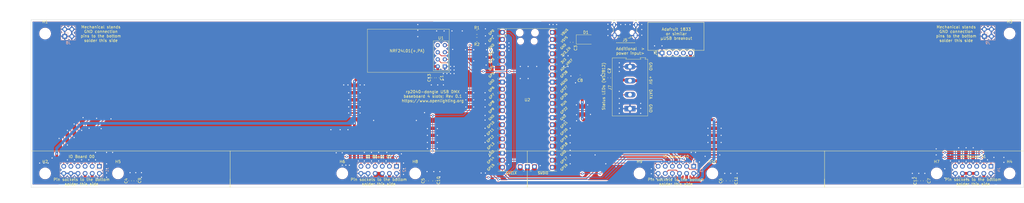
<source format=kicad_pcb>
(kicad_pcb (version 20211014) (generator pcbnew)
  (title_block (title "rp2040_dongle baseboard 4 slots") (date "2021-03-19") (rev "0.1") (company "https://www.openlighting.org/"))
  (layers (0 "F.Cu" signal) (31 "B.Cu" signal) (34 "B.Paste" user) (35 "F.Paste" user) (36 "B.SilkS" user "B.Silkscreen") (37 "F.SilkS" user "F.Silkscreen") (38 "B.Mask" user) (39 "F.Mask" user) (44 "Edge.Cuts" user))
  (net 0 "")
  (net 1 "GND")
  (net 2 "Net-(D1-Pad2)")
  (net 3 "+3V3")
  (net 4 "VDD")
  (net 5 "/IO0_GP3")
  (net 6 "/IO0_GP2")
  (net 7 "/IO0_GP1")
  (net 8 "/IO0_GP0")
  (net 9 "/SCL")
  (net 10 "/SDA")
  (net 11 "/IO1_GP0")
  (net 12 "/IO1_GP1")
  (net 13 "/IO1_GP2")
  (net 14 "/IO1_GP3")
  (net 15 "/IO2_GP0")
  (net 16 "/IO2_GP1")
  (net 17 "/IO2_GP2")
  (net 18 "/IO2_GP3")
  (net 19 "/SPI_CLK")
  (net 20 "/SPI_MOSI")
  (net 21 "/SPI_MISO")
  (net 22 "/SPI_CS0")
  (net 23 "/IO3_GP0")
  (net 24 "/IO3_GP1")
  (net 25 "/IO3_GP2")
  (net 26 "/IO3_GP3")
  (net 27 "/STATUS_LEDS")
  (net 28 "/NRF_CE")
  (net 29 "Net-(U2-Pad30)")
  (net 30 "Net-(U2-Pad31)")
  (net 31 "Net-(U2-Pad32)")
  (net 32 "Net-(U2-Pad37)")
  (net 33 "Net-(U2-Pad40)")
  (net 34 "Net-(U2-Pad41)")
  (net 35 "Net-(U2-Pad42)")
  (net 36 "Net-(U2-Pad43)")
  (net 37 "Net-(U2-Pad35)")
  (footprint "Diode_SMD:D_SMA" (layer "F.Cu") (at 222.834 32.112)
    (fp_text reference "D1")
    (fp_text value "SS14")
  )
  (footprint "MountingHole:MountingHole_3.2mm_M3" (layer "F.Cu") (at 30 30)
    (fp_text reference "H1")
    (fp_text value "MountingHole")
  )
  (footprint "MountingHole:MountingHole_3.2mm_M3" (layer "F.Cu") (at 56 80)
    (fp_text reference "H5")
    (fp_text value "MountingHole")
  )
  (footprint "MountingHole:MountingHole_3.2mm_M3" (layer "F.Cu") (at 136 80)
    (fp_text reference "H6")
    (fp_text value "MountingHole")
  )
  (footprint "MountingHole:MountingHole_3.2mm_M3" (layer "F.Cu") (at 374 30)
    (fp_text reference "H3")
    (fp_text value "MountingHole")
  )
  (footprint "MountingHole:MountingHole_3.2mm_M3" (layer "F.Cu") (at 348 80)
    (fp_text reference "H7")
    (fp_text value "MountingHole")
  )
  (footprint "MountingHole:MountingHole_3.2mm_M3" (layer "F.Cu") (at 374 80)
    (fp_text reference "H4")
    (fp_text value "MountingHole")
  )
  (footprint "MountingHole:MountingHole_3.2mm_M3" (layer "F.Cu") (at 162 80)
    (fp_text reference "H8")
    (fp_text value "MountingHole")
  )
  (footprint "Connector_USB:USB_Micro-B_Wuerth_629105150521" (layer "F.Cu") (at 236.836 28.81 180)
    (fp_text reference "J5")
    (fp_text value "USB_B_Micro")
  )
  (footprint "MCU_RPi:RPi_Pico_SMD_TH" (layer "F.Cu") (at 202 53.702)
    (fp_text reference "U2")
    (fp_text value "Pico")
  )
  (footprint "RF_Module:nRF24L01_Breakout" (layer "F.Cu") (at 172.574 41.764 180)
    (fp_text reference "U1")
    (fp_text value "NRF24L01_Breakout")
  )
  (footprint "Resistor_SMD:R_0805_2012Metric_Pad1.20x1.40mm_HandSolder" (layer "F.Cu") (at 184.004 32.112)
    (fp_text reference "R2")
    (fp_text value "2k")
  )
  (footprint "Connector_PinHeader_2.54mm:PinHeader_1x05_P2.54mm_Vertical" (layer "F.Cu") (at 250.044 36.938 90)
    (fp_text reference "J6")
    (fp_text value "Conn_01x05: Adafruit 1833")
  )
  (footprint "MountingHole:MountingHole_3.2mm_M3" (layer "F.Cu") (at 30 80)
    (fp_text reference "H2")
    (fp_text value "MountingHole")
  )
  (footprint "MountingHole:MountingHole_3.2mm_M3" (layer "F.Cu") (at 242 80)
    (fp_text reference "H9")
    (fp_text value "MountingHole")
  )
  (footprint "MountingHole:MountingHole_3.2mm_M3" (layer "F.Cu") (at 268 80)
    (fp_text reference "H10")
    (fp_text value "MountingHole")
  )
  (footprint "TerminalBlock:TerminalBlock_Altech_AK300-4_P5.00mm" (layer "F.Cu") (at 238.614 56.844 90)
    (fp_text reference "J7")
    (fp_text value "Screw_Terminal_01x04")
  )
  (footprint "Capacitor_SMD:C_0603_1608Metric" (layer "F.Cu") (at 170.034 45.815 -90)
    (fp_text reference "C1")
    (fp_text value "100nF")
  )
  (footprint "Capacitor_SMD:C_0603_1608Metric" (layer "F.Cu") (at 231.248 45.828 90)
    (fp_text reference "C2")
    (fp_text value "100nF")
  )
  (footprint "Capacitor_SMD:C_0603_1608Metric" (layer "F.Cu") (at 217.786 33.128 -90)
    (fp_text reference "C3")
    (fp_text value "100nF")
  )
  (footprint "Capacitor_SMD:C_0603_1608Metric" (layer "F.Cu") (at 60.306 82.645 90)
    (fp_text reference "C4")
    (fp_text value "100nF")
  )
  (footprint "Capacitor_SMD:C_0603_1608Metric" (layer "F.Cu") (at 166.224 82.645 90)
    (fp_text reference "C5")
    (fp_text value "100nF")
  )
  (footprint "Capacitor_SMD:C_0603_1608Metric" (layer "F.Cu") (at 272.396 82.645 90)
    (fp_text reference "C6")
    (fp_text value "100nF")
  )
  (footprint "Capacitor_SMD:C_0603_1608Metric" (layer "F.Cu") (at 343.77 82.645 90)
    (fp_text reference "C7")
    (fp_text value "100nF")
  )
  (footprint "Capacitor_SMD:C_0603_1608Metric" (layer "F.Cu") (at 220.834 45.32 180)
    (fp_text reference "C8")
    (fp_text value "100nF")
  )
  (footprint "Resistor_SMD:R_0805_2012Metric_Pad1.20x1.40mm_HandSolder" (layer "F.Cu") (at 184.004 29.572)
    (fp_text reference "R1")
    (fp_text value "2k")
  )
  (footprint "Capacitor_SMD:C_0603_1608Metric" (layer "F.Cu") (at 62.211 82.658 90)
    (fp_text reference "C9")
    (fp_text value "1nF")
  )
  (footprint "Capacitor_SMD:C_0603_1608Metric" (layer "F.Cu") (at 168.764 82.658 90)
    (fp_text reference "C10")
    (fp_text value "1nF")
  )
  (footprint "Capacitor_SMD:C_0603_1608Metric" (layer "F.Cu") (at 274.809 82.671 90)
    (fp_text reference "C11")
    (fp_text value "1nF")
  )
  (footprint "Capacitor_SMD:C_0603_1608Metric" (layer "F.Cu") (at 341.738 82.645 90)
    (fp_text reference "C12")
    (fp_text value "1nF")
  )
  (footprint "Capacitor_SMD:C_0603_1608Metric" (layer "F.Cu") (at 168.383 45.828 -90)
    (fp_text reference "C13")
    (fp_text value "1nF")
  )
  (footprint "Connector_PinSocket_2.54mm:PinSocket_2x06_P2.54mm_Vertical" (layer "B.Cu") (at 261.35 77.46 90)
    (fp_text reference "J3")
    (fp_text value "IO-Board_10")
  )
  (footprint "Connector_PinSocket_2.54mm:PinSocket_2x06_P2.54mm_Vertical" (layer "B.Cu") (at 367.35 77.46 90)
    (fp_text reference "J4")
    (fp_text value "IO-Board_11")
  )
  (footprint "Connector_PinSocket_2.54mm:PinSocket_2x06_P2.54mm_Vertical" (layer "B.Cu") (at 49.35 77.46 90)
    (fp_text reference "J1")
    (fp_text value "IO-Board_00")
  )
  (footprint "Connector_PinSocket_2.54mm:PinSocket_2x06_P2.54mm_Vertical" (layer "B.Cu") (at 155.35 77.46 90)
    (fp_text reference "J2")
    (fp_text value "IO-Board_01")
  )
  (footprint "Connector_PinHeader_2.54mm:PinHeader_2x02_P2.54mm_Vertical" (layer "B.Cu") (at 37 31)
    (fp_text reference "J8")
    (fp_text value "Conn_02x02_Odd_Even")
  )
  (footprint "Connector_PinHeader_2.54mm:PinHeader_2x02_P2.54mm_Vertical" (layer "B.Cu") (at 365 31)
    (fp_text reference "J9")
    (fp_text value "Conn_02x02_Odd_Even")
  )
  (gr_line (start 245 36) (end 245 26) (layer "F.SilkS") (width 0.15))
  (gr_line (start 202 85) (end 202 82) (layer "F.SilkS") (width 0.15))
  (gr_line (start 202 72) (end 202 85) (layer "F.SilkS") (width 0.15))
  (gr_line (start 308 72) (end 308 85) (layer "F.SilkS") (width 0.15))
  (gr_line (start 202 85) (end 202 82) (layer "F.SilkS") (width 0.15))
  (gr_line (start 308 72) (end 379 72) (layer "F.SilkS") (width 0.15))
  (gr_line (start 265 36) (end 245 36) (layer "F.SilkS") (width 0.15))
  (gr_line (start 265 26) (end 265 36) (layer "F.SilkS") (width 0.15))
  (gr_line (start 202 72) (end 308 72) (layer "F.SilkS") (width 0.15))
  (gr_line (start 245 26) (end 265 26) (layer "F.SilkS") (width 0.15))
  (gr_line (start 96 85) (end 96 72) (layer "F.SilkS") (width 0.15))
  (gr_line (start 96 72) (end 25 72) (layer "F.SilkS") (width 0.15))
  (gr_line (start 96 82) (end 96 85) (layer "F.SilkS") (width 0.15))
  (gr_line (start 308 82) (end 308 85) (layer "F.SilkS") (width 0.15))
  (gr_line (start 96 72) (end 202 72) (layer "F.SilkS") (width 0.15))
  (gr_line (start 25 85) (end 25 25) (layer "Edge.Cuts") (width 0.1))
  (gr_line (start 25 25) (end 379 25) (layer "Edge.Cuts") (width 0.1))
  (gr_line (start 379 25) (end 379 85) (layer "Edge.Cuts") (width 0.1))
  (gr_line (start 25 25) (end 25 25) (layer "Edge.Cuts") (width 0.1))
  (gr_line (start 379 85) (end 25 85) (layer "Edge.Cuts") (width 0.1))
  (gr_text "IO Board 00" (at 43 74) (layer "F.SilkS") (effects (font (size 1 1))))
  (gr_text "IO Board 11" (at 361 74) (layer "F.SilkS") (effects (font (size 1 1))))
  (gr_text "Pin sockets to the bottom\nsolder this side" (at 149 83) (layer "F.SilkS") (effects (font (size 1 1))))
  (gr_text "Pin sockets to the bottom\nsolder this side" (at 255 83) (layer "F.SilkS") (effects (font (size 1 1))))
  (gr_text "Pin sockets to the bottom\nsolder this side" (at 361 83) (layer "F.SilkS") (effects (font (size 1 1))))
  (gr_text "Mechanical stands\nGND connection\npins to the bottom\nsolder this side" (at 354.946 30.08) (layer "F.SilkS") (effects (font (size 1 1))))
  (gr_text "DATA" (at 245.98 51.67 270) (layer "F.SilkS") (effects (font (size 1 1))))
  (gr_text "GND" (at 245.98 56.75 270) (layer "F.SilkS") (effects (font (size 1 1))))
  (gr_text "GND" (at 245.98 41.764 270) (layer "F.SilkS") (effects (font (size 1 1))))
  (gr_text "^^^^^^^^^^^^\nAdditional  >\npower input>" (at 233.534 35.414) (layer "F.SilkS") (effects (font (size 1 1)) (justify left)))
  (gr_text "Mechanical stands\nGND connection\npins to the bottom\nsolder this side" (at 49.892 30.08) (layer "F.SilkS") (effects (font (size 1 1))))
  (gr_text "IO Board 01" (at 148.952 74) (layer "F.SilkS") (effects (font (size 1 1))))
  (gr_text "rp2040-dongle USB DMX\nbaseboard 4 slots; Rev 0.1\nhttps://www.openlighting.org" (at 168.256 52.432) (layer "F.SilkS") (effects (font (size 1 1))))
  (gr_text "IO Board 10" (at 255 74) (layer "F.SilkS") (effects (font (size 1 1))))
  (gr_text "Adafruit 1833\nor similar\nµUSB breakout" (at 255.124 30.08) (layer "F.SilkS") (effects (font (size 1 1))))
  (gr_text "+5V" (at 245.98 46.59 270) (layer "F.SilkS") (effects (font (size 1 1))))
  (gr_text "Pin sockets to the bottom\nsolder this side" (at 43 83) (layer "F.SilkS") (effects (font (size 1 1))))
  (gr_text "Status LEDs (WS2812)" (at 229.216 48.876 90) (layer "F.SilkS") (effects (font (size 1 1))))
  (gr_text "NRF24L01(+,PA)" (at 159.112 36.176) (layer "F.SilkS") (effects (font (size 1 1))))
  (segment (start 235.536 30.71) (end 235.536 31.888) (width 0.45) (layer "F.Cu") (net 1))
  (segment (start 235.058 32.366) (end 233.026 32.366) (width 0.45) (layer "F.Cu") (net 1))
  (segment (start 235.536 31.888) (end 235.058 32.366) (width 0.45) (layer "F.Cu") (net 1))
  (segment (start 233.026 30.745) (end 233.111 30.66) (width 0.45) (layer "F.Cu") (net 1))
  (segment (start 233.026 32.366) (end 233.026 30.745) (width 0.45) (layer "F.Cu") (net 1))
  (via (at 169.653 29.064) (size 0.8) (drill 0.4) (layers "F.Cu" "B.Cu") (net 1))
  (via (at 172.32 29.064) (size 0.8) (drill 0.4) (layers "F.Cu" "B.Cu") (net 1))
  (via (at 175.114 29.064) (size 0.8) (drill 0.4) (layers "F.Cu" "B.Cu") (net 1))
  (via (at 178.797 29.064) (size 0.8) (drill 0.4) (layers "F.Cu" "B.Cu") (net 1))
  (via (at 187.433 35.795) (size 0.8) (drill 0.4) (layers "F.Cu" "B.Cu") (net 1))
  (via (at 182.861 35.795) (size 0.8) (drill 0.4) (layers "F.Cu" "B.Cu") (net 1))
  (via (at 182.861 35.795) (size 0.8) (drill 0.4) (layers "F.Cu" "B.Cu") (net 1))
  (via (at 179.94 35.795) (size 0.8) (drill 0.4) (layers "F.Cu" "B.Cu") (net 1))
  (via (at 175.368 35.668) (size 0.8) (drill 0.4) (layers "F.Cu" "B.Cu") (net 1))
  (via (at 186.925 56.242) (size 0.8) (drill 0.4) (layers "F.Cu" "B.Cu") (net 1))
  (via (at 186.925 53.702) (size 0.8) (drill 0.4) (layers "F.Cu" "B.Cu") (net 1))
  (via (at 186.925 51.162) (size 0.8) (drill 0.4) (layers "F.Cu" "B.Cu") (net 1))
  (via (at 182.861 51.162) (size 0.8) (drill 0.4) (layers "F.Cu" "B.Cu") (net 1))
  (via (at 182.861 53.702) (size 0.8) (drill 0.4) (layers "F.Cu" "B.Cu") (net 1))
  (via (at 182.861 56.242) (size 0.8) (drill 0.4) (layers "F.Cu" "B.Cu") (net 1))
  (via (at 180.067 56.242) (size 0.8) (drill 0.4) (layers "F.Cu" "B.Cu") (net 1))
  (via (at 180.067 53.702) (size 0.8) (drill 0.4) (layers "F.Cu" "B.Cu") (net 1))
  (via (at 180.067 51.162) (size 0.8) (drill 0.4) (layers "F.Cu" "B.Cu") (net 1))
  (via (at 142.348 51.162) (size 0.8) (drill 0.4) (layers "F.Cu" "B.Cu") (net 1))
  (via (at 142.348 53.702) (size 0.8) (drill 0.4) (layers "F.Cu" "B.Cu") (net 1))
  (via (at 142.348 56.242) (size 0.8) (drill 0.4) (layers "F.Cu" "B.Cu") (net 1))
  (via (at 138.284 56.242) (size 0.8) (drill 0.4) (layers "F.Cu" "B.Cu") (net 1))
  (via (at 138.284 53.702) (size 0.8) (drill 0.4) (layers "F.Cu" "B.Cu") (net 1))
  (via (at 138.284 51.162) (size 0.8) (drill 0.4) (layers "F.Cu" "B.Cu") (net 1))
  (via (at 165.335 58.274) (size 0.8) (drill 0.4) (layers "F.Cu" "B.Cu") (net 1))
  (via (at 142.348 58.401) (size 0.8) (drill 0.4) (layers "F.Cu" "B.Cu") (net 1))
  (via (at 141.713 75.546) (size 0.8) (drill 0.4) (layers "F.Cu" "B.Cu") (net 1))
  (via (at 138.284 58.401) (size 0.8) (drill 0.4) (layers "F.Cu" "B.Cu") (net 1))
  (via (at 186.925 59.29) (size 0.8) (drill 0.4) (layers "F.Cu" "B.Cu") (net 1))
  (via (at 47.987 75.165) (size 0.8) (drill 0.4) (layers "F.Cu" "B.Cu") (net 1))
  (via (at 45.574 75.165) (size 0.8) (drill 0.4) (layers "F.Cu" "B.Cu") (net 1))
  (via (at 43.034 75.165) (size 0.8) (drill 0.4) (layers "F.Cu" "B.Cu") (net 1))
  (via (at 40.494 75.165) (size 0.8) (drill 0.4) (layers "F.Cu" "B.Cu") (net 1))
  (via (at 37.954 75.165) (size 0.8) (drill 0.4) (layers "F.Cu" "B.Cu") (net 1))
  (via (at 37.954 69.831) (size 0.8) (drill 0.4) (layers "F.Cu" "B.Cu") (net 1))
  (via (at 40.367 67.164) (size 0.8) (drill 0.4) (layers "F.Cu" "B.Cu") (net 1))
  (via (at 43.034 64.624) (size 0.8) (drill 0.4) (layers "F.Cu" "B.Cu") (net 1))
  (via (at 45.701 63.862) (size 0.8) (drill 0.4) (layers "F.Cu" "B.Cu") (net 1))
  (via (at 48.368 60.306) (size 0.8) (drill 0.4) (layers "F.Cu" "B.Cu") (net 1))
  (via (at 43.542 60.052) (size 0.8) (drill 0.4) (layers "F.Cu" "B.Cu") (net 1))
  (via (at 40.367 62.338) (size 0.8) (drill 0.4) (layers "F.Cu" "B.Cu") (net 1))
  (via (at 37.954 64.624) (size 0.8) (drill 0.4) (layers "F.Cu" "B.Cu") (net 1))
  (via (at 219.183 47.606) (size 0.8) (drill 0.4) (layers "F.Cu" "B.Cu") (net 1))
  (via (at 217.532 45.193) (size 0.8) (drill 0.4) (layers "F.Cu" "B.Cu") (net 1))
  (via (at 229.978 76.562) (size 0.8) (drill 0.4) (layers "F.Cu" "B.Cu") (net 1))
  (via (at 272.396 79.991) (size 0.8) (drill 0.4) (layers "F.Cu" "B.Cu") (net 1))
  (via (at 276.841 79.991) (size 0.8) (drill 0.4) (layers "F.Cu" "B.Cu") (net 1))
  (via (at 274.555 79.991) (size 0.8) (drill 0.4) (layers "F.Cu" "B.Cu") (net 1))
  (via (at 343.77 79.991) (size 0.8) (drill 0.4) (layers "F.Cu" "B.Cu") (net 1))
  (via (at 341.611 79.991) (size 0.8) (drill 0.4) (layers "F.Cu" "B.Cu") (net 1))
  (via (at 339.325 79.991) (size 0.8) (drill 0.4) (layers "F.Cu" "B.Cu") (net 1))
  (via (at 186.925 63.862) (size 0.8) (drill 0.4) (layers "F.Cu" "B.Cu") (net 1))
  (via (at 186.925 66.529) (size 0.8) (drill 0.4) (layers "F.Cu" "B.Cu") (net 1))
  (via (at 186.925 68.942) (size 0.8) (drill 0.4) (layers "F.Cu" "B.Cu") (net 1))
  (via (at 169.907 68.942) (size 0.8) (drill 0.4) (layers "F.Cu" "B.Cu") (net 1))
  (via (at 169.907 66.402) (size 0.8) (drill 0.4) (layers "F.Cu" "B.Cu") (net 1))
  (via (at 169.907 63.989) (size 0.8) (drill 0.4) (layers "F.Cu" "B.Cu") (net 1))
  (via (at 166.351 63.989) (size 0.8) (drill 0.4) (layers "F.Cu" "B.Cu") (net 1))
  (via (at 166.351 66.402) (size 0.8) (drill 0.4) (layers "F.Cu" "B.Cu") (net 1))
  (via (at 166.351 68.942) (size 0.8) (drill 0.4) (layers "F.Cu" "B.Cu") (net 1))
  (via (at 166.351 71.101) (size 0.8) (drill 0.4) (layers "F.Cu" "B.Cu") (net 1))
  (via (at 169.907 71.101) (size 0.8) (drill 0.4) (layers "F.Cu" "B.Cu") (net 1))
  (via (at 188.576 72.371) (size 0.8) (drill 0.4) (layers "F.Cu" "B.Cu") (net 1))
  (via (at 188.576 73.895) (size 0.8) (drill 0.4) (layers "F.Cu" "B.Cu") (net 1))
  (via (at 187.052 79.864) (size 0.8) (drill 0.4) (layers "F.Cu" "B.Cu") (net 1))
  (via (at 185.528 79.864) (size 0.8) (drill 0.4) (layers "F.Cu" "B.Cu") (net 1))
  (via (at 151.873 72.498) (size 0.8) (drill 0.4) (layers "F.Cu" "B.Cu") (net 1))
  (via (at 148.952 72.498) (size 0.8) (drill 0.4) (layers "F.Cu" "B.Cu") (net 1))
  (via (at 146.412 72.498) (size 0.8) (drill 0.4) (layers "F.Cu" "B.Cu") (net 1))
  (via (at 143.872 72.498) (size 0.8) (drill 0.4) (layers "F.Cu" "B.Cu") (net 1))
  (via (at 143.872 75.546) (size 0.8) (drill 0.4) (layers "F.Cu" "B.Cu") (net 1))
  (via (at 146.412 75.546) (size 0.8) (drill 0.4) (layers "F.Cu" "B.Cu") (net 1))
  (via (at 148.952 75.546) (size 0.8) (drill 0.4) (layers "F.Cu" "B.Cu") (net 1))
  (via (at 151.619 75.546) (size 0.8) (drill 0.4) (layers "F.Cu" "B.Cu") (net 1))
  (via (at 157.08 73.006) (size 0.8) (drill 0.4) (layers "F.Cu" "B.Cu") (net 1))
  (via (at 135.998 72.625) (size 0.8) (drill 0.4) (layers "F.Cu" "B.Cu") (net 1))
  (via (at 133.839 72.625) (size 0.8) (drill 0.4) (layers "F.Cu" "B.Cu") (net 1))
  (via (at 51.924 72.498) (size 0.8) (drill 0.4) (layers "F.Cu" "B.Cu") (net 1))
  (via (at 54.083 72.498) (size 0.8) (drill 0.4) (layers "F.Cu" "B.Cu") (net 1))
  (via (at 47.987 72.498) (size 0.8) (drill 0.4) (layers "F.Cu" "B.Cu") (net 1))
  (via (at 60.306 79.737) (size 0.8) (drill 0.4) (layers "F.Cu" "B.Cu") (net 1))
  (via (at 62.338 79.737) (size 0.8) (drill 0.4) (layers "F.Cu" "B.Cu") (net 1))
  (via (at 166.224 79.356) (size 0.8) (drill 0.4) (layers "F.Cu" "B.Cu") (net 1))
  (via (at 168.637 79.356) (size 0.8) (drill 0.4) (layers "F.Cu" "B.Cu") (net 1))
  (via (at 170.796 79.356) (size 0.8) (drill 0.4) (layers "F.Cu" "B.Cu") (net 1))
  (via (at 233.661 77.578) (size 0.8) (drill 0.4) (layers "F.Cu" "B.Cu") (net 1))
  (via (at 217.278 76.562) (size 0.8) (drill 0.4) (layers "F.Cu" "B.Cu") (net 1))
  (via (at 226.168 73.387) (size 0.8) (drill 0.4) (layers "F.Cu" "B.Cu") (net 1))
  (via (at 195.307 76.816) (size 0.8) (drill 0.4) (layers "F.Cu" "B.Cu") (net 1))
  (via (at 206.61 77.197) (size 0.8) (drill 0.4) (layers "F.Cu" "B.Cu") (net 1))
  (via (at 166.859 45.828) (size 0.8) (drill 0.4) (layers "F.Cu" "B.Cu") (net 1))
  (via (at 64.37 79.737) (size 0.8) (drill 0.4) (layers "F.Cu" "B.Cu") (net 1))
  (via (at 64.37 81.388) (size 0.8) (drill 0.4) (layers "F.Cu" "B.Cu") (net 1))
  (via (at 170.796 81.261) (size 0.8) (drill 0.4) (layers "F.Cu" "B.Cu") (net 1))
  (via (at 276.841 81.896) (size 0.8) (drill 0.4) (layers "F.Cu" "B.Cu") (net 1))
  (via (at 339.325 81.642) (size 0.8) (drill 0.4) (layers "F.Cu" "B.Cu") (net 1))
  (via (at 235.312 26.778) (size 0.8) (drill 0.4) (layers "F.Cu" "B.Cu") (net 1))
  (via (at 231.248 42.78) (size 0.8) (drill 0.4) (layers "F.Cu" "B.Cu") (net 1))
  (via (at 135.998 77.07) (size 0.8) (drill 0.4) (layers "F.Cu" "B.Cu") (net 1))
  (via (at 234.804 53.194) (size 0.8) (drill 0.4) (layers "F.Cu" "B.Cu") (net 1))
  (via (at 162.922 31.096) (size 0.8) (drill 0.4) (layers "F.Cu" "B.Cu") (net 1))
  (via (at 217.278 73.514) (size 0.8) (drill 0.4) (layers "F.Cu" "B.Cu") (net 1))
  (via (at 251.568 81.896) (size 0.8) (drill 0.4) (layers "F.Cu" "B.Cu") (net 1))
  (via (at 254.997 75.927) (size 0.8) (drill 0.4) (layers "F.Cu" "B.Cu") (net 1))
  (via (at 199.498 41.764) (size 0.8) (drill 0.4) (layers "F.Cu" "B.Cu") (net 1))
  (via (at 368.408 74.276) (size 0.8) (drill 0.4) (layers "F.Cu" "B.Cu") (net 1))
  (via (at 242.805 26.778) (size 0.8) (drill 0.4) (layers "F.Cu" "B.Cu") (net 1))
  (via (at 175.876 44.304) (size 0.8) (drill 0.4) (layers "F.Cu" "B.Cu") (net 1))
  (via (at 242.424 58.528) (size 0.8) (drill 0.4) (layers "F.Cu" "B.Cu") (net 1))
  (via (at 350.882 78.34) (size 0.8) (drill 0.4) (layers "F.Cu" "B.Cu") (net 1))
  (via (at 371.964 76.054) (size 0.8) (drill 0.4) (layers "F.Cu" "B.Cu") (net 1))
  (via (at 219.5 55.5) (size 0.8) (drill 0.4) (layers "F.Cu" "B.Cu") (net 1))
  (via (at 361.042 75.673) (size 0.8) (drill 0.4) (layers "F.Cu" "B.Cu") (net 1))
  (via (at 246.234 81.896) (size 0.8) (drill 0.4) (layers "F.Cu" "B.Cu") (net 1))
  (via (at 363.074 82.023) (size 0.8) (drill 0.4) (layers "F.Cu" "B.Cu") (net 1))
  (via (at 214.992 41.764) (size 0.8) (drill 0.4) (layers "F.Cu" "B.Cu") (net 1))
  (via (at 195.434 34.652) (size 0.8) (drill 0.4) (layers "F.Cu" "B.Cu") (net 1))
  (via (at 355.835 70.847) (size 0.8) (drill 0.4) (layers "F.Cu" "B.Cu") (net 1))
  (via (at 271.126 66.402) (size 0.8) (drill 0.4) (layers "F.Cu" "B.Cu") (net 1))
  (via (at 174.606 43.034) (size 0.8) (drill 0.4) (layers "F.Cu" "B.Cu") (net 1))
  (via (at 257.537 76.181) (size 0.8) (drill 0.4) (layers "F.Cu" "B.Cu") (net 1))
  (via (at 367.392 81.769) (size 0.8) (drill 0.4) (layers "F.Cu" "B.Cu") (net 1))
  (via (at 247.377 34.398) (size 0.8) (drill 0.4) (layers "F.Cu" "B.Cu") (net 1))
  (via (at 136.506 48.368) (size 0.8) (drill 0.4) (layers "F.Cu" "B.Cu") (net 1))
  (via (at 174.606 44.304) (size 0.8) (drill 0.4) (layers "F.Cu" "B.Cu") (net 1))
  (via (at 361.042 70.847) (size 0.8) (drill 0.4) (layers "F.Cu" "B.Cu") (net 1))
  (via (at 246.234 78.34) (size 0.8) (drill 0.4) (layers "F.Cu" "B.Cu") (net 1))
  (via (at 50 64) (size 0.8) (drill 0.4) (layers "F.Cu" "B.Cu") (net 1))
  (via (at 223.5 55.5) (size 0.8) (drill 0.4) (layers "F.Cu" "B.Cu") (net 1))
  (via (at 265.411 73.895) (size 0.8) (drill 0.4) (layers "F.Cu" "B.Cu") (net 1))
  (via (at 230.74 28.556) (size 0.8) (drill 0.4) (layers "F.Cu" "B.Cu") (net 1))
  (via (at 350.882 81.642) (size 0.8) (drill 0.4) (layers "F.Cu" "B.Cu") (net 1))
  (via (at 217.278 69.069) (size 0.8) (drill 0.4) (layers "F.Cu" "B.Cu") (net 1))
  (via (at 262.998 79.991) (size 0.8) (drill 0.4) (layers "F.Cu" "B.Cu") (net 1))
  (via (at 162.922 28.81) (size 0.8) (drill 0.4) (layers "F.Cu" "B.Cu") (net 1))
  (via (at 228.327 44.939) (size 0.8) (drill 0.4) (layers "F.Cu" "B.Cu") (net 1))
  (via (at 131.934 64.37) (size 0.8) (drill 0.4) (layers "F.Cu" "B.Cu") (net 1))
  (via (at 162.414 61.068) (size 0.8) (drill 0.4) (layers "F.Cu" "B.Cu") (net 1))
  (via (at 135.236 64.37) (size 0.8) (drill 0.4) (layers "F.Cu" "B.Cu") (net 1))
  (via (at 249.917 76.054) (size 0.8) (drill 0.4) (layers "F.Cu" "B.Cu") (net 1))
  (via (at 51.924 79.864) (size 0.8) (drill 0.4) (layers "F.Cu" "B.Cu") (net 1))
  (via (at 358.502 75.673) (size 0.8) (drill 0.4) (layers "F.Cu" "B.Cu") (net 1))
  (via (at 186.925 60.941) (size 0.8) (drill 0.4) (layers "F.Cu" "B.Cu") (net 1))
  (via (at 187.306 41.256) (size 0.8) (drill 0.4) (layers "F.Cu" "B.Cu") (net 1))
  (via (at 252.457 75.8) (size 0.8) (drill 0.4) (layers "F.Cu" "B.Cu") (net 1))
  (via (at 234.804 58.528) (size 0.8) (drill 0.4) (layers "F.Cu" "B.Cu") (net 1))
  (via (at 187.052 30.842) (size 0.8) (drill 0.4) (layers "F.Cu" "B.Cu") (net 1))
  (via (at 199.498 46.082) (size 0.8) (drill 0.4) (layers "F.Cu" "B.Cu") (net 1))
  (via (at 266.427 66.402) (size 0.8) (drill 0.4) (layers "F.Cu" "B.Cu") (net 1))
  (via (at 249.79 81.896) (size 0.8) (drill 0.4) (layers "F.Cu" "B.Cu") (net 1))
  (via (at 271.126 68.942) (size 0.8) (drill 0.4) (layers "F.Cu" "B.Cu") (net 1))
  (via (at 215.119 59.036) (size 0.8) (drill 0.4) (layers "F.Cu" "B.Cu") (net 1))
  (via (at 202.292 41.764) (size 0.8) (drill 0.4) (layers "F.Cu" "B.Cu") (net 1))
  (via (at 147.174 61.068) (size 0.8) (drill 0.4) (layers "F.Cu" "B.Cu") (net 1))
  (via (at 170.034 48.368) (size 0.8) (drill 0.4) (layers "F.Cu" "B.Cu") (net 1))
  (via (at 48.622 81.769) (size 0.8) (drill 0.4) (layers "F.Cu" "B.Cu") (net 1))
  (via (at 187.052 28.302) (size 0.8) (drill 0.4) (layers "F.Cu" "B.Cu") (net 1))
  (via (at 242.805 28.556) (size 0.8) (drill 0.4) (layers "F.Cu" "B.Cu") (net 1))
  (via (at 155.302 81.896) (size 0.8) (drill 0.4) (layers "F.Cu" "B.Cu") (net 1))
  (via (at 28.048 76.308) (size 0.8) (drill 0.4) (layers "F.Cu" "B.Cu") (net 1))
  (via (at 253.6 81.896) (size 0.8) (drill 0.4) (layers "F.Cu" "B.Cu") (net 1))
  (via (at 157.842 76.308) (size 0.8) (drill 0.4) (layers "F.Cu" "B.Cu") (net 1))
  (via (at 209.912 26.778) (size 0.8) (drill 0.4) (layers "F.Cu" "B.Cu") (net 1))
  (via (at 51.924 78.34) (size 0.8) (drill 0.4) (layers "F.Cu" "B.Cu") (net 1))
  (via (at 260.458 72.498) (size 0.8) (drill 0.4) (layers "F.Cu" "B.Cu") (net 1))
  (via (at 142.348 48.368) (size 0.8) (drill 0.4) (layers "F.Cu" "B.Cu") (net 1))
  (via (at 247.377 36.938) (size 0.8) (drill 0.4) (layers "F.Cu" "B.Cu") (net 1))
  (via (at 270.618 73.387) (size 0.8) (drill 0.4) (layers "F.Cu" "B.Cu") (net 1))
  (via (at 261.982 72.498) (size 0.8) (drill 0.4) (layers "F.Cu" "B.Cu") (net 1))
  (via (at 347.834 71.228) (size 0.8) (drill 0.4) (layers "F.Cu" "B.Cu") (net 1))
  (via (at 242.424 56.75) (size 0.8) (drill 0.4) (layers "F.Cu" "B.Cu") (net 1))
  (via (at 214.992 37.954) (size 0.8) (drill 0.4) (layers "F.Cu" "B.Cu") (net 1))
  (via (at 40.494 81.388) (size 0.8) (drill 0.4) (layers "F.Cu" "B.Cu") (net 1))
  (via (at 355.962 75.673) (size 0.8) (drill 0.4) (layers "F.Cu" "B.Cu") (net 1))
  (via (at 234.804 43.542) (size 0.8) (drill 0.4) (layers "F.Cu" "B.Cu") (net 1))
  (via (at 366.122 75.165) (size 0.8) (drill 0.4) (layers "F.Cu" "B.Cu") (net 1))
  (via (at 189.592 30.842) (size 0.8) (drill 0.4) (layers "F.Cu" "B.Cu") (net 1))
  (via (at 352.914 73.387) (size 0.8) (drill 0.4) (layers "F.Cu" "B.Cu") (net 1))
  (via (at 182.861 39.732) (size 0.8) (drill 0.4) (layers "F.Cu" "B.Cu") (net 1))
  (via (at 205.34 41.764) (size 0.8) (drill 0.4) (layers "F.Cu" "B.Cu") (net 1))
  (via (at 174.606 41.764) (size 0.8) (drill 0.4) (layers "F.Cu" "B.Cu") (net 1))
  (via (at 234.804 42.018) (size 0.8) (drill 0.4) (layers "F.Cu" "B.Cu") (net 1))
  (via (at 175.876 43.034) (size 0.8) (drill 0.4) (layers "F.Cu" "B.Cu") (net 1))
  (via (at 271.126 63.862) (size 0.8) (drill 0.4) (layers "F.Cu" "B.Cu") (net 1))
  (via (at 51.924 76.562) (size 0.8) (drill 0.4) (layers "F.Cu" "B.Cu") (net 1))
  (via (at 230.74 26.651) (size 0.8) (drill 0.4) (layers "F.Cu" "B.Cu") (net 1))
  (via (at 263.379 75.927) (size 0.8) (drill 0.4) (layers "F.Cu" "B.Cu") (net 1))
  (via (at 157.842 80.372) (size 0.8) (drill 0.4) (layers "F.Cu" "B.Cu") (net 1))
  (via (at 236.963 26.778) (size 0.8) (drill 0.4) (layers "F.Cu" "B.Cu") (net 1))
  (via (at 32.5 74.5) (size 0.8) (drill 0.4) (layers "F.Cu" "B.Cu") (net 1))
  (via (at 187.306 38.335) (size 0.8) (drill 0.4) (layers "F.Cu" "B.Cu") (net 1))
  (via (at 138.538 77.07) (size 0.8) (drill 0.4) (layers "F.Cu" "B.Cu") (net 1))
  (via (at 242.805 30.588) (size 0.8) (drill 0.4) (layers "F.Cu" "B.Cu") (net 1))
  (via (at 175.876 41.764) (size 0.8) (drill 0.4) (layers "F.Cu" "B.Cu") (net 1))
  (via (at 234.804 40.494) (size 0.8) (drill 0.4) (layers "F.Cu" "B.Cu") (net 1))
  (via (at 217.278 66.402) (size 0.8) (drill 0.4) (layers "F.Cu" "B.Cu") (net 1))
  (via (at 266.427 68.942) (size 0.8) (drill 0.4) (layers "F.Cu" "B.Cu") (net 1))
  (via (at 215.119 61.195) (size 0.8) (drill 0.4) (layers "F.Cu" "B.Cu") (net 1))
  (via (at 157.842 78.34) (size 0.8) (drill 0.4) (layers "F.Cu" "B.Cu") (net 1))
  (via (at 51.924 81.388) (size 0.8) (drill 0.4) (layers "F.Cu" "B.Cu") (net 1))
  (via (at 250.044 34.398) (size 0.8) (drill 0.4) (layers "F.Cu" "B.Cu") (net 1))
  (via (at 37.954 81.515) (size 0.8) (drill 0.4) (layers "F.Cu" "B.Cu") (net 1))
  (via (at 172.066 46.59) (size 0.8) (drill 0.4) (layers "F.Cu" "B.Cu") (net 1))
  (via (at 211.182 26.778) (size 0.8) (drill 0.4) (layers "F.Cu" "B.Cu") (net 1))
  (via (at 216.516 37.954) (size 0.8) (drill 0.4) (layers "F.Cu" "B.Cu") (net 1))
  (via (at 31.096 76.308) (size 0.8) (drill 0.4) (layers "F.Cu" "B.Cu") (net 1))
  (via (at 234.804 56.75) (size 0.8) (drill 0.4) (layers "F.Cu" "B.Cu") (net 1))
  (via (at 358.756 82.023) (size 0.8) (drill 0.4) (layers "F.Cu" "B.Cu") (net 1))
  (via (at 242.424 54.972) (size 0.8) (drill 0.4) (layers "F.Cu" "B.Cu") (net 1))
  (via (at 246.234 80.118) (size 0.8) (drill 0.4) (layers "F.Cu" "B.Cu") (net 1))
  (via (at 219.564 59.036) (size 0.8) (drill 0.4) (layers "F.Cu" "B.Cu") (net 1))
  (via (at 371.964 74.276) (size 0.8) (drill 0.4) (layers "F.Cu" "B.Cu") (net 1))
  (via (at 172.066 44.304) (size 0.8) (drill 0.4) (layers "F.Cu" "B.Cu") (net 1))
  (via (at 143.872 48.368) (size 0.8) (drill 0.4) (layers "F.Cu" "B.Cu") (net 1))
  (via (at 202.292 46.082) (size 0.8) (drill 0.4) (layers "F.Cu" "B.Cu") (net 1))
  (via (at 35 67.5) (size 0.8) (drill 0.4) (layers "F.Cu" "B.Cu") (net 1))
  (via (at 238.614 26.778) (size 0.8) (drill 0.4) (layers "F.Cu" "B.Cu") (net 1))
  (via (at 363.582 75.673) (size 0.8) (drill 0.4) (layers "F.Cu" "B.Cu") (net 1))
  (via (at 224.517 58.909) (size 0.8) (drill 0.4) (layers "F.Cu" "B.Cu") (net 1))
  (via (at 138.03 48.368) (size 0.8) (drill 0.4) (layers "F.Cu" "B.Cu") (net 1))
  (via (at 195.434 35.922) (size 0.8) (drill 0.4) (layers "F.Cu" "B.Cu") (net 1))
  (via (at 248.012 81.896) (size 0.8) (drill 0.4) (layers "F.Cu" "B.Cu") (net 1))
  (via (at 187.052 33.636) (size 0.8) (drill 0.4) (layers "F.Cu" "B.Cu") (net 1))
  (via (at 347.834 73.387) (size 0.8) (drill 0.4) (layers "F.Cu" "B.Cu") (net 1))
  (via (at 266.427 63.862) (size 0.8) (drill 0.4) (layers "F.Cu" "B.Cu") (net 1))
  (via (at 172.066 48.368) (size 0.8) (drill 0.4) (layers "F.Cu" "B.Cu") (net 1))
  (via (at 53.5 60.5) (size 0.8) (drill 0.4) (layers "F.Cu" "B.Cu") (net 1))
  (via (at 352.914 75.546) (size 0.8) (drill 0.4) (layers "F.Cu" "B.Cu") (net 1))
  (via (at 234.804 54.972) (size 0.8) (drill 0.4) (layers "F.Cu" "B.Cu") (net 1))
  (via (at 173.336 44.304) (size 0.8) (drill 0.4) (layers "F.Cu" "B.Cu") (net 1))
  (via (at 195.434 33.382) (size 0.8) (drill 0.4) (layers "F.Cu" "B.Cu") (net 1))
  (via (at 212.452 26.778) (size 0.8) (drill 0.4) (layers "F.Cu" "B.Cu") (net 1))
  (via (at 216.516 41.764) (size 0.8) (drill 0.4) (layers "F.Cu" "B.Cu") (net 1))
  (via (at 358.502 70.847) (size 0.8) (drill 0.4) (layers "F.Cu" "B.Cu") (net 1))
  (via (at 167.748 48.368) (size 0.8) (drill 0.4) (layers "F.Cu" "B.Cu") (net 1))
  (via (at 217.278 63.862) (size 0.8) (drill 0.4) (layers "F.Cu" "B.Cu") (net 1))
  (via (at 162.922 26.778) (size 0.8) (drill 0.4) (layers "F.Cu" "B.Cu") (net 1))
  (via (at 230.74 30.715) (size 0.8) (drill 0.4) (layers "F.Cu" "B.Cu") (net 1))
  (via (at 29.572 76.308) (size 0.8) (drill 0.4) (layers "F.Cu" "B.Cu") (net 1))
  (via (at 137.268 77.07) (size 0.8) (drill 0.4) (layers "F.Cu" "B.Cu") (net 1))
  (via (at 138.03 64.37) (size 0.8) (drill 0.4) (layers "F.Cu" "B.Cu") (net 1))
  (via (at 219.564 61.195) (size 0.8) (drill 0.4) (layers "F.Cu" "B.Cu") (net 1))
  (via (at 234.804 50.654) (size 0.8) (drill 0.4) (layers "F.Cu" "B.Cu") (net 1))
  (via (at 217.278 71.736) (size 0.8) (drill 0.4) (layers "F.Cu" "B.Cu") (net 1))
  (segment (start 238.106 33.636) (end 238.106 32.62) (width 0.45) (layer "F.Cu") (net 2))
  (segment (start 229.47 33.636) (end 227.946 32.112) (width 1) (layer "F.Cu") (net 2))
  (segment (start 238.106 32.62) (end 238.106 32.747) (width 0.25) (layer "F.Cu") (net 2))
  (segment (start 260.204 38.716) (end 258.68 40.24) (width 1) (layer "F.Cu") (net 2))
  (segment (start 260.204 36.938) (end 260.204 38.716) (width 1) (layer "F.Cu") (net 2))
  (segment (start 227.946 32.112) (end 224.834 32.112) (width 1) (layer "F.Cu") (net 2))
  (segment (start 238.106 32.747) (end 237.217 33.636) (width 0.25) (layer "F.Cu") (net 2))
  (segment (start 238.136 31.700002) (end 238.136 30.71) (width 0.45) (layer "F.Cu") (net 2))
  (segment (start 237.217 33.636) (end 229.47 33.636) (width 1) (layer "F.Cu") (net 2))
  (segment (start 238.106 32.62) (end 238.106 31.730002) (width 0.45) (layer "F.Cu") (net 2))
  (segment (start 238.106 32.874) (end 238.868 33.636) (width 0.25) (layer "F.Cu") (net 2))
  (segment (start 258.68 40.24) (end 245.726 40.24) (width 1) (layer "F.Cu") (net 2))
  (segment (start 239.122 33.636) (end 238.868 33.636) (width 1) (layer "F.Cu") (net 2))
  (segment (start 238.106 31.730002) (end 238.136 31.700002) (width 0.45) (layer "F.Cu") (net 2))
  (segment (start 238.106 32.62) (end 238.106 32.874) (width 0.25) (layer "F.Cu") (net 2))
  (segment (start 238.868 33.636) (end 238.106 33.636) (width 1) (layer "F.Cu") (net 2))
  (segment (start 238.106 33.636) (end 237.217 33.636) (width 1) (layer "F.Cu") (net 2))
  (segment (start 245.726 40.24) (end 239.122 33.636) (width 1) (layer "F.Cu") (net 2))
  (segment (start 168.396 45.04) (end 168.383 45.053) (width 1) (layer "F.Cu") (net 3))
  (segment (start 218.04 39.732) (end 221.596 43.288) (width 1) (layer "F.Cu") (net 3))
  (segment (start 185.528 26.778) (end 183.623 26.778) (width 1) (layer "F.Cu") (net 3))
  (segment (start 221.596 43.288) (end 221.596 54.5) (width 1) (layer "F.Cu") (net 3))
  (segment (start 166.478 42.526) (end 167.24 41.764) (width 1) (layer "F.Cu") (net 3))
  (segment (start 147.682 81.769) (end 147.682 80.753) (width 1) (layer "F.Cu") (net 3))
  (segment (start 166.478 40.621) (end 166.478 29.318) (width 1) (layer "F.Cu") (net 3))
  (segment (start 362.27 80) (end 359.73 80) (width 1) (layer "F.Cu") (net 3))
  (segment (start 35.414 82.912) (end 34.144 81.642) (width 1) (layer "F.Cu") (net 3))
  (segment (start 268.586 60.814) (end 221.91 60.814) (width 1) (layer "F.Cu") (net 3))
  (segment (start 150.27 80) (end 149.324 80) (width 1) (layer "F.Cu") (net 3))
  (segment (start 357.19 81.43) (end 356.724 81.896) (width 1) (layer "F.Cu") (net 3))
  (segment (start 147.682 81.896) (end 150.349 81.896) (width 1) (layer "F.Cu") (net 3))
  (segment (start 356.724 81.896) (end 354.251998 81.896) (width 1) (layer "F.Cu") (net 3))
  (segment (start 352.406 80.88) (end 352.406 77.324) (width 1) (layer "F.Cu") (net 3))
  (segment (start 140.316 80.88) (end 140.316 62.084) (width 1) (layer "F.Cu") (net 3))
  (segment (start 141.84 45.574) (end 164.954 45.574) (width 1) (layer "F.Cu") (net 3))
  (segment (start 207.626 37.670081) (end 207.626 28.048) (width 1) (layer "F.Cu") (net 3))
  (segment (start 251.19 80) (end 252.365001 78.824999) (width 0.25) (layer "F.Cu") (net 3))
  (segment (start 147.682 80.753) (end 147.682 80.048) (width 1) (layer "F.Cu") (net 3))
  (segment (start 149.324 80) (end 149.324 80.617) (width 1) (layer "F.Cu") (net 3))
  (segment (start 140.316 47.098) (end 141.84 45.574) (width 1) (layer "F.Cu") (net 3))
  (segment (start 166.478 29.318) (end 169.018 26.778) (width 1) (layer "F.Cu") (net 3))
  (segment (start 166.478 44.05) (end 166.478 42.526) (width 1) (layer "F.Cu") (net 3))
  (segment (start 149.324 80) (end 148.689 80) (width 1) (layer "F.Cu") (net 3))
  (segment (start 252.365001 78.824999) (end 255.094999 78.824999) (width 0.25) (layer "F.Cu") (net 3))
  (segment (start 221.91 60.814) (end 221.596 60.5) (width 1) (layer "F.Cu") (net 3))
  (segment (start 182.353 26.778) (end 182.988 26.778) (width 1) (layer "F.Cu") (net 3))
  (segment (start 183.004 27.524) (end 183.004 26.794) (width 0.25) (layer "F.Cu") (net 3))
  (segment (start 166.732 41.764) (end 166.478 42.018) (width 1) (layer "F.Cu") (net 3))
  (segment (start 170.034 45.04) (end 168.396 45.04) (width 1) (layer "F.Cu") (net 3))
  (segment (start 166.478 41.002) (end 167.24 41.764) (width 1) (layer "F.Cu") (net 3))
  (segment (start 148.689 80) (end 148.435 80) (width 1) (layer "F.Cu") (net 3))
  (segment (start 170.034 41.764) (end 170.034 44.037) (width 1) (layer "F.Cu") (net 3))
  (segment (start 150.349 80.079) (end 150.27 80) (width 1) (layer "F.Cu") (net 3))
  (segment (start 183.004 27.524) (end 183.004 27.429) (width 0.25) (layer "F.Cu") (net 3))
  (segment (start 209.687919 39.732) (end 207.626 37.670081) (width 1) (layer "F.Cu") (net 3))
  (segment (start 44.27 80) (end 44.27 81.422) (width 1) (layer "F.Cu") (net 3))
  (segment (start 210.89 39.732) (end 209.687919 39.732) (width 1) (layer "F.Cu") (net 3))
  (segment (start 170.034 41.764) (end 167.24 41.764) (width 1) (layer "F.Cu") (net 3))
  (segment (start 353.422 81.896) (end 352.406 80.88) (width 1) (layer "F.Cu") (net 3))
  (segment (start 206.356 26.778) (end 185.528 26.778) (width 1) (layer "F.Cu") (net 3))
  (segment (start 42.78 82.912) (end 35.414 82.912) (width 1) (layer "F.Cu") (net 3))
  (segment (start 149.324 80.617) (end 149.714 81.007) (width 1) (layer "F.Cu") (net 3))
  (segment (start 141.332 81.896) (end 147.682 81.896) (width 1) (layer "F.Cu") (net 3))
  (segment (start 350.882 75.8) (end 268.586 75.8) (width 1) (layer "F.Cu") (net 3))
  (segment (start 183.004 32.112) (end 183.004 29.572) (width 0.25) (layer "F.Cu") (net 3))
  (segment (start 147.682 80.048) (end 147.73 80) (width 1) (layer "F.Cu") (net 3))
  (segment (start 352.406 77.324) (end 350.882 75.8) (width 1) (layer "F.Cu") (net 3))
  (segment (start 34.144 81.642) (end 34.144 73.006) (width 1) (layer "F.Cu") (net 3))
  (segment (start 166.478 42.018) (end 166.478 40.621) (width 1) (layer "F.Cu") (net 3))
  (segment (start 255.094999 78.824999) (end 256.27 80) (width 0.25) (layer "F.Cu") (net 3))
  (segment (start 183.004 29.572) (end 183.004 27.524) (width 0.25) (layer "F.Cu") (net 3))
  (segment (start 357.19 80) (end 359.73 80) (width 1) (layer "F.Cu") (net 3))
  (segment (start 149.587 81.007) (end 148.825 81.769) (width 1) (layer "F.Cu") (net 3))
  (segment (start 44.27 81.422) (end 42.78 82.912) (width 1) (layer "F.Cu") (net 3))
  (segment (start 354.251998 81.896) (end 353.422 81.896) (width 1) (layer "F.Cu") (net 3))
  (segment (start 183.004 26.794) (end 182.988 26.778) (width 0.25) (layer "F.Cu") (net 3))
  (segment (start 183.004 27.524) (end 183.004 27.397) (width 0.25) (layer "F.Cu") (net 3))
  (segment (start 148.825 81.769) (end 147.682 81.769) (width 1) (layer "F.Cu") (net 3))
  (segment (start 166.478 40.621) (end 166.478 41.002) (width 1) (layer "F.Cu") (net 3))
  (segment (start 141.332 81.896) (end 140.316 80.88) (width 1) (layer "F.Cu") (net 3))
  (segment (start 164.954 45.574) (end 166.478 44.05) (width 1) (layer "F.Cu") (net 3))
  (segment (start 150.349 81.896) (end 150.349 80.079) (width 1) (layer "F.Cu") (net 3))
  (segment (start 148.435 80) (end 147.682 80.753) (width 1) (layer "F.Cu") (net 3))
  (segment (start 210.89 39.732) (end 218.04 39.732) (width 1) (layer "F.Cu") (net 3))
  (segment (start 170.034 44.037) (end 170.034 45.04) (width 1) (layer "F.Cu") (net 3))
  (segment (start 167.24 41.764) (end 166.732 41.764) (width 1) (layer "F.Cu") (net 3))
  (segment (start 183.004 27.397) (end 183.623 26.778) (width 0.25) (layer "F.Cu") (net 3))
  (segment (start 183.623 26.778) (end 182.988 26.778) (width 1) (layer "F.Cu") (net 3))
  (segment (start 357.19 80) (end 357.19 81.43) (width 1) (layer "F.Cu") (net 3))
  (segment (start 149.714 81.007) (end 149.587 81.007) (width 1) (layer "F.Cu") (net 3))
  (segment (start 147.682 81.769) (end 148.571 80.88) (width 1) (layer "F.Cu") (net 3))
  (segment (start 166.478 42.526) (end 166.478 42.018) (width 1) (layer "F.Cu") (net 3))
  (segment (start 147.682 81.896) (end 147.682 81.769) (width 1) (layer "F.Cu") (net 3))
  (segment (start 183.004 27.429) (end 182.353 26.778) (width 0.25) (layer "F.Cu") (net 3))
  (segment (start 169.018 26.778) (end 182.353 26.778) (width 1) (layer "F.Cu") (net 3))
  (segment (start 148.689 80) (end 147.73 80) (width 1) (layer "F.Cu") (net 3))
  (segment (start 207.626 28.048) (end 206.356 26.778) (width 1) (layer "F.Cu") (net 3))
  (via (at 34.144 73.006) (size 0.8) (drill 0.4) (layers "F.Cu" "B.Cu") (net 3))
  (via (at 268.586 60.814) (size 0.8) (drill 0.4) (layers "F.Cu" "B.Cu") (net 3))
  (via (at 221.596 60.5) (size 0.8) (drill 0.4) (layers "F.Cu" "B.Cu") (net 3))
  (via (at 140.316 47.098) (size 0.8) (drill 0.4) (layers "F.Cu" "B.Cu") (net 3))
  (via (at 140.316 62.084) (size 0.8) (drill 0.4) (layers "F.Cu" "B.Cu") (net 3))
  (via (at 268.586 75.8) (size 0.8) (drill 0.4) (layers "F.Cu" "B.Cu") (net 3))
  (via (at 221.596 54.5) (size 0.8) (drill 0.4) (layers "F.Cu" "B.Cu") (net 3))
  (segment (start 267.1255 76.2445) (end 268.586 74.784) (width 1) (layer "B.Cu") (net 3))
  (segment (start 140.316 59.925) (end 140.316 47.86) (width 1) (layer "B.Cu") (net 3))
  (segment (start 140.062 59.925) (end 137.903 62.084) (width 1) (layer "B.Cu") (net 3))
  (segment (start 268.586 74.784) (end 268.586 60.814) (width 1) (layer "B.Cu") (net 3))
  (segment (start 268.586 75.8) (end 267.57 75.8) (width 1) (layer "B.Cu") (net 3))
  (segment (start 256.902 82.404) (end 256.27 81.772) (width 1) (layer "B.Cu") (net 3))
  (segment (start 138.919 62.084) (end 138.538 62.084) (width 1) (layer "B.Cu") (net 3))
  (segment (start 34.144 73.006) (end 34.144 70.974) (width 1) (layer "B.Cu") (net 3))
  (segment (start 263.252 82.404) (end 256.902 82.404) (width 1) (layer "B.Cu") (net 3))
  (segment (start 267.1255 76.2445) (end 264.522 78.848) (width 1) (layer "B.Cu") (net 3))
  (segment (start 256.27 81.772) (end 256.27 80) (width 1) (layer "B.Cu") (net 3))
  (segment (start 140.316 61.322) (end 139.681 61.322) (width 1) (layer "B.Cu") (net 3))
  (segment (start 138.538 62.084) (end 137.903 62.084) (width 1) (layer "B.Cu") (net 3))
  (segment (start 140.316 62.084) (end 140.316 61.322) (width 1) (layer "B.Cu") (net 3))
  (segment (start 264.522 78.848) (end 264.522 81.134) (width 1) (layer "B.Cu") (net 3))
  (segment (start 268.586 75.8) (end 268.586 74.784) (width 1) (layer "B.Cu") (net 3))
  (segment (start 221.596 54.5) (end 221.596 60.5) (width 1) (layer "B.Cu") (net 3))
  (segment (start 43.034 62.084) (end 43.796 62.084) (width 1) (layer "B.Cu") (net 3))
  (segment (start 264.522 81.134) (end 263.252 82.404) (width 1) (layer "B.Cu") (net 3))
  (segment (start 140.316 62.084) (end 138.538 62.084) (width 1) (layer "B.Cu") (net 3))
  (segment (start 43.796 62.084) (end 137.903 62.084) (width 1) (layer "B.Cu") (net 3))
  (segment (start 267.57 75.8) (end 267.1255 76.2445) (width 1) (layer "B.Cu") (net 3))
  (segment (start 140.316 61.322) (end 140.316 59.925) (width 1) (layer "B.Cu") (net 3))
  (segment (start 140.316 47.86) (end 140.316 47.098) (width 1) (layer "B.Cu") (net 3))
  (segment (start 139.681 61.322) (end 138.919 62.084) (width 1) (layer "B.Cu") (net 3))
  (segment (start 34.144 70.974) (end 43.034 62.084) (width 1) (layer "B.Cu") (net 3))
  (segment (start 140.316 59.925) (end 140.062 59.925) (width 1) (layer "B.Cu") (net 3))
  (segment (start 369.932 64.878) (end 369.932 81.896) (width 1) (layer "F.Cu") (net 4))
  (segment (start 152.81 80) (end 152.81 82.356) (width 1) (layer "F.Cu") (net 4))
  (segment (start 238.614 46.844) (end 242.932 46.844) (width 1) (layer "F.Cu") (net 4))
  (segment (start 369.932 81.896) (end 368.408 83.42) (width 1) (layer "F.Cu") (net 4))
  (segment (start 220.834 34.144) (end 223.882 37.192) (width 1) (layer "F.Cu") (net 4))
  (segment (start 152.81 83.214) (end 153.016 83.42) (width 1) (layer "F.Cu") (net 4))
  (segment (start 258.81 82.528) (end 258.81 83.296) (width 1) (layer "F.Cu") (net 4))
  (segment (start 46.81 82.116) (end 46.81 80) (width 1) (layer "F.Cu") (net 4))
  (segment (start 368.408 83.42) (end 365.36 83.42) (width 1) (layer "F.Cu") (net 4))
  (segment (start 364.81 82.489) (end 364.81 83.208) (width 1) (layer "F.Cu") (net 4))
  (segment (start 364.598 83.42) (end 364.09 83.42) (width 1) (layer "F.Cu") (net 4))
  (segment (start 48.114 83.42) (end 46.81 82.116) (width 1) (layer "F.Cu") (net 4))
  (segment (start 152.81 82.356) (end 152.841 82.356) (width 1) (layer "F.Cu") (net 4))
  (segment (start 257.918 83.42) (end 153.905 83.42) (width 1) (layer "F.Cu") (net 4))
  (segment (start 258.81 82.528) (end 258.931 82.528) (width 1) (layer "F.Cu") (net 4))
  (segment (start 258.81 82.528) (end 257.918 83.42) (width 1) (layer "F.Cu") (net 4))
  (segment (start 231.248 46.603) (end 238.373 46.603) (width 1) (layer "F.Cu") (net 4))
  (segment (start 364.81 82.489) (end 364.81 82.7) (width 1) (layer "F.Cu") (net 4))
  (segment (start 364.81 82.489) (end 364.81 82.87) (width 1) (layer "F.Cu") (net 4))
  (segment (start 220.834 32.112) (end 220.834 34.144) (width 1) (layer "F.Cu") (net 4))
  (segment (start 242.932 46.844) (end 244.456 45.32) (width 1) (layer "F.Cu") (net 4))
  (segment (start 364.81 82.87) (end 365.36 83.42) (width 1) (layer "F.Cu") (net 4))
  (segment (start 258.931 82.528) (end 259.823 83.42) (width 1) (layer "F.Cu") (net 4))
  (segment (start 238.868 37.192) (end 244.456 42.78) (width 1) (layer "F.Cu") (net 4))
  (segment (start 223.882 37.192) (end 238.868 37.192) (width 1) (layer "F.Cu") (net 4))
  (segment (start 244.456 42.78) (end 245.091 42.78) (width 1) (layer "F.Cu") (net 4))
  (segment (start 244.456 43.415) (end 244.456 42.78) (width 1) (layer "F.Cu") (net 4))
  (segment (start 238.373 46.603) (end 238.614 46.844) (width 1) (layer "F.Cu") (net 4))
  (segment (start 152.81 82.356) (end 152.81 82.61) (width 1) (layer "F.Cu") (net 4))
  (segment (start 244.456 43.415) (end 245.091 42.78) (width 1) (layer "F.Cu") (net 4))
  (segment (start 153.905 83.42) (end 153.016 83.42) (width 1) (layer "F.Cu") (net 4))
  (segment (start 152 83.42) (end 48.114 83.42) (width 1) (layer "F.Cu") (net 4))
  (segment (start 258.81 80) (end 258.81 82.528) (width 1) (layer "F.Cu") (net 4))
  (segment (start 347.834 42.78) (end 369.932 64.878) (width 1) (layer "F.Cu") (net 4))
  (segment (start 364.81 83.208) (end 364.598 83.42) (width 1) (layer "F.Cu") (net 4))
  (segment (start 258.81 83.296) (end 258.934 83.42) (width 1) (layer "F.Cu") (net 4))
  (segment (start 245.091 42.78) (end 347.834 42.78) (width 1) (layer "F.Cu") (net 4))
  (segment (start 364.81 82.7) (end 364.09 83.42) (width 1) (layer "F.Cu") (net 4))
  (segment (start 152.841 82.356) (end 153.905 83.42) (width 1) (layer "F.Cu") (net 4))
  (segment (start 364.81 80) (end 364.81 82.489) (width 1) (layer "F.Cu") (net 4))
  (segment (start 244.456 45.32) (end 244.456 43.415) (width 1) (layer "F.Cu") (net 4))
  (segment (start 258.934 83.42) (end 257.918 83.42) (width 1) (layer "F.Cu") (net 4))
  (segment (start 259.823 83.42) (end 258.934 83.42) (width 1) (layer "F.Cu") (net 4))
  (segment (start 152.81 82.61) (end 152 83.42) (width 1) (layer "F.Cu") (net 4))
  (segment (start 210.89 32.112) (end 220.834 32.112) (width 1) (layer "F.Cu") (net 4))
  (segment (start 152.81 82.356) (end 152.81 83.214) (width 1) (layer "F.Cu") (net 4))
  (segment (start 153.016 83.42) (end 152 83.42) (width 1) (layer "F.Cu") (net 4))
  (segment (start 364.09 83.42) (end 259.823 83.42) (width 1) (layer "F.Cu") (net 4))
  (segment (start 365.36 83.42) (end 364.598 83.42) (width 1) (layer "F.Cu") (net 4))
  (segment (start 44.27 62.118) (end 44.27 77.46) (width 0.25) (layer "F.Cu") (net 5))
  (segment (start 193.11 57.512) (end 48.876 57.512) (width 0.25) (layer "F.Cu") (net 5))
  (segment (start 48.876 57.512) (end 44.27 62.118) (width 0.25) (layer "F.Cu") (net 5))
  (segment (start 41.73 59.324) (end 41.73 77.46) (width 0.25) (layer "F.Cu") (net 6))
  (segment (start 193.11 54.972) (end 46.082 54.972) (width 0.25) (layer "F.Cu") (net 6))
  (segment (start 46.082 54.972) (end 41.73 59.324) (width 0.25) (layer "F.Cu") (net 6))
  (segment (start 193.11 52.432) (end 44.05 52.432) (width 0.25) (layer "F.Cu") (net 7))
  (segment (start 44.05 52.432) (end 39.19 57.292) (width 0.25) (layer "F.Cu") (net 7))
  (segment (start 39.19 57.292) (end 39.19 77.46) (width 0.25) (layer "F.Cu") (net 7))
  (segment (start 36.65 55.514) (end 36.65 77.46) (width 0.25) (layer "F.Cu") (net 8))
  (segment (start 193.11 49.892) (end 42.272 49.892) (width 0.25) (layer "F.Cu") (net 8))
  (segment (start 42.272 49.892) (end 36.65 55.514) (width 0.25) (layer "F.Cu") (net 8))
  (segment (start 185.004 32.112) (end 193.11 32.112) (width 0.25) (layer "F.Cu") (net 9))
  (segment (start 259.985001 78.635001) (end 262.956999 78.635001) (width 0.25) (layer "F.Cu") (net 9))
  (segment (start 364.344 74.276) (end 363.836 74.276) (width 0.25) (layer "F.Cu") (net 9))
  (segment (start 168.256 71.99) (end 181.21 71.99) (width 0.25) (layer "F.Cu") (net 9))
  (segment (start 185.004 33.144) (end 185.004 32.112) (width 0.25) (layer "F.Cu") (net 9))
  (segment (start 154.794 71.99) (end 152.81 73.974) (width 0.25) (layer "F.Cu") (net 9))
  (segment (start 184.004 34.144) (end 185.004 33.144) (width 0.25) (layer "F.Cu") (net 9))
  (segment (start 364.81 77.46) (end 364.81 74.742) (width 0.25) (layer "F.Cu") (net 9))
  (segment (start 267.316 74.276) (end 350.882 74.276) (width 0.25) (layer "F.Cu") (net 9))
  (segment (start 364.81 74.742) (end 364.344 74.276) (width 0.25) (layer "F.Cu") (net 9))
  (segment (start 262.956999 78.635001) (end 267.316 74.276) (width 0.25) (layer "F.Cu") (net 9))
  (segment (start 168.256 71.99) (end 154.794 71.99) (width 0.25) (layer "F.Cu") (net 9))
  (segment (start 52.432 59.29) (end 168.256 59.29) (width 0.25) (layer "F.Cu") (net 9))
  (segment (start 257.664 74.784) (end 258.68 75.8) (width 0.25) (layer "F.Cu") (net 9))
  (segment (start 191.37 82.15) (end 191.624 82.15) (width 0.25) (layer "F.Cu") (net 9))
  (segment (start 46.81 64.912) (end 52.432 59.29) (width 0.25) (layer "F.Cu") (net 9))
  (segment (start 181.21 71.99) (end 191.37 82.15) (width 0.25) (layer "F.Cu") (net 9))
  (segment (start 152.81 73.974) (end 152.81 77.46) (width 0.25) (layer "F.Cu") (net 9))
  (segment (start 258.68 77.33) (end 258.81 77.46) (width 0.25) (layer "F.Cu") (net 9))
  (segment (start 181.464 34.144) (end 184.004 34.144) (width 0.25) (layer "F.Cu") (net 9))
  (segment (start 258.81 77.46) (end 259.985001 78.635001) (width 0.25) (layer "F.Cu") (net 9))
  (segment (start 46.81 77.46) (end 46.81 64.912) (width 0.25) (layer "F.Cu") (net 9))
  (segment (start 258.68 75.8) (end 258.68 77.33) (width 0.25) (layer "F.Cu") (net 9))
  (via (at 191.624 82.15) (size 0.8) (drill 0.4) (layers "F.Cu" "B.Cu") (net 9))
  (via (at 168.256 59.29) (size 0.8) (drill 0.4) (layers "F.Cu" "B.Cu") (net 9))
  (via (at 181.464 34.144) (size 0.8) (drill 0.4) (layers "F.Cu" "B.Cu") (net 9))
  (via (at 257.664 74.784) (size 0.8) (drill 0.4) (layers "F.Cu" "B.Cu") (net 9))
  (via (at 350.882 74.276) (size 0.8) (drill 0.4) (layers "F.Cu" "B.Cu") (net 9))
  (via (at 363.836 74.276) (size 0.8) (drill 0.4) (layers "F.Cu" "B.Cu") (net 9))
  (via (at 168.256 71.99) (size 0.8) (drill 0.4) (layers "F.Cu" "B.Cu") (net 9))
  (segment (start 181.464 57.004) (end 181.464 34.144) (width 0.25) (layer "B.Cu") (net 9))
  (segment (start 168.256 59.29) (end 179.178 59.29) (width 0.25) (layer "B.Cu") (net 9))
  (segment (start 191.624 82.15) (end 230.232 82.15) (width 0.25) (layer "B.Cu") (net 9))
  (segment (start 179.178 59.29) (end 181.464 57.004) (width 0.25) (layer "B.Cu") (net 9))
  (segment (start 237.598 74.784) (end 257.664 74.784) (width 0.25) (layer "B.Cu") (net 9))
  (segment (start 168.256 59.29) (end 168.256 71.99) (width 0.25) (layer "B.Cu") (net 9))
  (segment (start 230.232 82.15) (end 237.598 74.784) (width 0.25) (layer "B.Cu") (net 9))
  (segment (start 350.882 74.276) (end 363.836 74.276) (width 0.25) (layer "B.Cu") (net 9))
  (segment (start 186.798 29.572) (end 193.11 29.572) (width 0.25) (layer "F.Cu") (net 10))
  (segment (start 158.858 74.022) (end 158.788 74.022) (width 0.25) (layer "F.Cu") (net 10))
  (segment (start 155.302 74.022) (end 158.858 74.022) (width 0.25) (layer "F.Cu") (net 10))
  (segment (start 185.004 29.572) (end 186.798 29.572) (width 0.25) (layer "F.Cu") (net 10))
  (segment (start 50.4 74.022) (end 49.35 75.072) (width 0.25) (layer "F.Cu") (net 10))
  (segment (start 365.868 72.498) (end 367.35 73.98) (width 0.25) (layer "F.Cu") (net 10))
  (segment (start 137.522 74.022) (end 50.4 74.022) (width 0.25) (layer "F.Cu") (net 10))
  (segment (start 155.35 77.46) (end 155.35 74.07) (width 0.25) (layer "F.Cu") (net 10))
  (segment (start 367.35 73.98) (end 367.35 77.46) (width 0.25) (layer "F.Cu") (net 10))
  (segment (start 364.09 72.498) (end 365.868 72.498) (width 0.25) (layer "F.Cu") (net 10))
  (segment (start 185.02 81.388) (end 177.654 74.022) (width 0.25) (layer "F.Cu") (net 10))
  (segment (start 49.35 75.072) (end 49.35 77.46) (width 0.25) (layer "F.Cu") (net 10))
  (segment (start 177.654 74.022) (end 158.858 74.022) (width 0.25) (layer "F.Cu") (net 10))
  (segment (start 155.35 74.07) (end 155.302 74.022) (width 0.25) (layer "F.Cu") (net 10))
  (segment (start 261.35 77.46) (end 261.35 75.416) (width 0.25) (layer "F.Cu") (net 10))
  (segment (start 264.268 72.498) (end 350.882 72.498) (width 0.25) (layer "F.Cu") (net 10))
  (segment (start 261.35 75.416) (end 264.268 72.498) (width 0.25) (layer "F.Cu") (net 10))
  (segment (start 188.068 81.388) (end 185.02 81.388) (width 0.25) (layer "F.Cu") (net 10))
  (via (at 364.09 72.498) (size 0.8) (drill 0.4) (layers "F.Cu" "B.Cu") (net 10))
  (via (at 137.522 74.022) (size 0.8) (drill 0.4) (layers "F.Cu" "B.Cu") (net 10))
  (via (at 350.882 72.498) (size 0.8) (drill 0.4) (layers "F.Cu" "B.Cu") (net 10))
  (via (at 155.302 74.022) (size 0.8) (drill 0.4) (layers "F.Cu" "B.Cu") (net 10))
  (via (at 188.068 81.388) (size 0.8) (drill 0.4) (layers "F.Cu" "B.Cu") (net 10))
  (segment (start 261.35 75.422) (end 261.35 77.46) (width 0.25) (layer "B.Cu") (net 10))
  (segment (start 197.212 31.096) (end 197.212 77.832) (width 0.25) (layer "B.Cu") (net 10))
  (segment (start 259.442 73.514) (end 261.35 75.422) (width 0.25) (layer "B.Cu") (net 10))
  (segment (start 193.656 81.388) (end 228.708 81.388) (width 0.25) (layer "B.Cu") (net 10))
  (segment (start 236.582 73.514) (end 259.442 73.514) (width 0.25) (layer "B.Cu") (net 10))
  (segment (start 350.882 72.498) (end 364.09 72.498) (width 0.25) (layer "B.Cu") (net 10))
  (segment (start 137.522 74.022) (end 155.302 74.022) (width 0.25) (layer "B.Cu") (net 10))
  (segment (start 195.688 29.572) (end 197.212 31.096) (width 0.25) (layer "B.Cu") (net 10))
  (segment (start 193.11 29.572) (end 195.688 29.572) (width 0.25) (layer "B.Cu") (net 10))
  (segment (start 228.708 81.388) (end 236.582 73.514) (width 0.25) (layer "B.Cu") (net 10))
  (segment (start 193.656 81.388) (end 188.068 81.388) (width 0.25) (layer "B.Cu") (net 10))
  (segment (start 197.212 77.832) (end 193.656 81.388) (width 0.25) (layer "B.Cu") (net 10))
  (segment (start 193.11 62.592) (end 145.904 62.592) (width 0.25) (layer "F.Cu") (net 11))
  (segment (start 145.904 62.592) (end 142.65 65.846) (width 0.25) (layer "F.Cu") (net 11))
  (segment (start 142.65 65.846) (end 142.65 77.46) (width 0.25) (layer "F.Cu") (net 11))
  (segment (start 193.11 65.132) (end 147.428 65.132) (width 0.25) (layer "F.Cu") (net 12))
  (segment (start 145.19 67.37) (end 145.19 77.46) (width 0.25) (layer "F.Cu") (net 12))
  (segment (start 147.428 65.132) (end 145.19 67.37) (width 0.25) (layer "F.Cu") (net 12))
  (segment (start 148.952 67.672) (end 147.73 68.894) (width 0.25) (layer "F.Cu") (net 13))
  (segment (start 193.11 67.672) (end 148.952 67.672) (width 0.25) (layer "F.Cu") (net 13))
  (segment (start 147.73 68.894) (end 147.73 77.46) (width 0.25) (layer "F.Cu") (net 13))
  (segment (start 193.11 70.212) (end 151.746 70.212) (width 0.25) (layer "F.Cu") (net 14))
  (segment (start 150.27 71.688) (end 150.27 77.46) (width 0.25) (layer "F.Cu") (net 14))
  (segment (start 151.746 70.212) (end 150.27 71.688) (width 0.25) (layer "F.Cu") (net 14))
  (segment (start 247.498 76.308) (end 248.65 77.46) (width 0.25) (layer "F.Cu") (net 15))
  (segment (start 193.11 75.292) (end 206.864 75.292) (width 0.25) (layer "F.Cu") (net 15))
  (segment (start 231.756 76.308) (end 247.498 76.308) (width 0.25) (layer "F.Cu") (net 15))
  (segment (start 209.404 80.118) (end 221.596 80.118) (width 0.25) (layer "F.Cu") (net 15))
  (segment (start 227.946 80.118) (end 231.756 76.308) (width 0.25) (layer "F.Cu") (net 15))
  (segment (start 207.88 77.107002) (end 207.88 78.594) (width 0.25) (layer "F.Cu") (net 15))
  (segment (start 207.88 78.594) (end 209.404 80.118) (width 0.25) (layer "F.Cu") (net 15))
  (segment (start 207.88 76.308) (end 207.88 77.107002) (width 0.25) (layer "F.Cu") (net 15))
  (segment (start 206.864 75.292) (end 207.88 76.308) (width 0.25) (layer "F.Cu") (net 15))
  (via (at 221.596 80.118) (size 0.8) (drill 0.4) (layers "F.Cu" "B.Cu") (net 15))
  (via (at 227.946 80.118) (size 0.8) (drill 0.4) (layers "F.Cu" "B.Cu") (net 15))
  (segment (start 221.596 80.118) (end 227.946 80.118) (width 0.25) (layer "B.Cu") (net 15))
  (segment (start 193.11 79.572) (end 195.434 81.896) (width 0.25) (layer "F.Cu") (net 16))
  (segment (start 195.434 81.896) (end 223.12 81.896) (width 0.25) (layer "F.Cu") (net 16))
  (segment (start 223.12 81.896) (end 229.978 75.038) (width 0.25) (layer "F.Cu") (net 16))
  (segment (start 193.11 77.832) (end 193.11 79.572) (width 0.25) (layer "F.Cu") (net 16))
  (segment (start 229.978 75.038) (end 250.044 75.038) (width 0.25) (layer "F.Cu") (net 16))
  (segment (start 251.19 76.184) (end 251.19 77.46) (width 0.25) (layer "F.Cu") (net 16))
  (segment (start 250.044 75.038) (end 251.19 76.184) (width 0.25) (layer "F.Cu") (net 16))
  (segment (start 210.89 77.832) (end 223.628 77.832) (width 0.25) (layer "F.Cu") (net 17))
  (segment (start 223.628 77.832) (end 228.2 73.26) (width 0.25) (layer "F.Cu") (net 17))
  (segment (start 252.076 73.26) (end 253.73 74.914) (width 0.25) (layer "F.Cu") (net 17))
  (segment (start 253.73 74.914) (end 253.73 77.46) (width 0.25) (layer "F.Cu") (net 17))
  (segment (start 228.2 73.26) (end 252.076 73.26) (width 0.25) (layer "F.Cu") (net 17))
  (segment (start 256.27 74.66) (end 256.27 77.46) (width 0.25) (layer "F.Cu") (net 18))
  (segment (start 210.89 75.292) (end 222.358 75.292) (width 0.25) (layer "F.Cu") (net 18))
  (segment (start 253.6 71.99) (end 256.27 74.66) (width 0.25) (layer "F.Cu") (net 18))
  (segment (start 222.358 75.292) (end 225.66 71.99) (width 0.25) (layer "F.Cu") (net 18))
  (segment (start 225.66 71.99) (end 253.6 71.99) (width 0.25) (layer "F.Cu") (net 18))
  (segment (start 172.574 36.684) (end 186.29 36.684) (width 0.25) (layer "F.Cu") (net 19))
  (segment (start 186.29 36.684) (end 186.798 37.192) (width 0.25) (layer "F.Cu") (net 19))
  (segment (start 186.798 37.192) (end 193.11 37.192) (width 0.25) (layer "F.Cu") (net 19))
  (segment (start 171.304 37.954) (end 184.512 37.954) (width 0.25) (layer "F.Cu") (net 20))
  (segment (start 186.29 39.732) (end 193.11 39.732) (width 0.25) (layer "F.Cu") (net 20))
  (segment (start 170.034 36.684) (end 171.304 37.954) (width 0.25) (layer "F.Cu") (net 20))
  (segment (start 184.512 37.954) (end 186.29 39.732) (width 0.25) (layer "F.Cu") (net 20))
  (segment (start 188.83 35.16) (end 188.576 34.906) (width 0.25) (layer "F.Cu") (net 21))
  (segment (start 175.114 34.144) (end 172.574 34.144) (width 0.25) (layer "F.Cu") (net 21))
  (segment (start 188.83 35.922) (end 188.83 35.16) (width 0.25) (layer "F.Cu") (net 21))
  (segment (start 175.876 34.906) (end 175.114 34.144) (width 0.25) (layer "F.Cu") (net 21))
  (segment (start 188.576 34.906) (end 175.876 34.906) (width 0.25) (layer "F.Cu") (net 21))
  (via (at 188.83 35.922) (size 0.8) (drill 0.4) (layers "F.Cu" "B.Cu") (net 21))
  (segment (start 189.592 42.272) (end 188.83 41.51) (width 0.25) (layer "B.Cu") (net 21))
  (segment (start 188.83 41.51) (end 188.83 35.922) (width 0.25) (layer "B.Cu") (net 21))
  (segment (start 193.11 42.272) (end 189.592 42.272) (width 0.25) (layer "B.Cu") (net 21))
  (segment (start 170.034 39.224) (end 171.304 40.494) (width 0.25) (layer "F.Cu") (net 22))
  (segment (start 179.432 40.494) (end 183.75 44.812) (width 0.25) (layer "F.Cu") (net 22))
  (segment (start 183.75 44.812) (end 193.11 44.812) (width 0.25) (layer "F.Cu") (net 22))
  (segment (start 171.304 40.494) (end 179.432 40.494) (width 0.25) (layer "F.Cu") (net 22))
  (segment (start 210.89 70.212) (end 353.168 70.212) (width 0.25) (layer "F.Cu") (net 23))
  (segment (start 354.65 71.694) (end 354.65 77.46) (width 0.25) (layer "F.Cu") (net 23))
  (segment (start 353.168 70.212) (end 354.65 71.694) (width 0.25) (layer "F.Cu") (net 23))
  (segment (start 357.19 69.916) (end 357.19 77.46) (width 0.25) (layer "F.Cu") (net 24))
  (segment (start 354.946 67.672) (end 357.19 69.916) (width 0.25) (layer "F.Cu") (net 24))
  (segment (start 210.89 67.672) (end 354.946 67.672) (width 0.25) (layer "F.Cu") (net 24))
  (segment (start 359.73 67.376) (end 359.73 77.46) (width 0.25) (layer "F.Cu") (net 25))
  (segment (start 210.89 65.132) (end 357.486 65.132) (width 0.25) (layer "F.Cu") (net 25))
  (segment (start 357.486 65.132) (end 359.73 67.376) (width 0.25) (layer "F.Cu") (net 25))
  (segment (start 359.264 62.592) (end 362.27 65.598) (width 0.25) (layer "F.Cu") (net 26))
  (segment (start 210.89 62.592) (end 359.264 62.592) (width 0.25) (layer "F.Cu") (net 26))
  (segment (start 362.27 65.598) (end 362.27 77.46) (width 0.25) (layer "F.Cu") (net 26))
  (segment (start 238.534 51.924) (end 238.614 51.844) (width 0.25) (layer "F.Cu") (net 27))
  (segment (start 210.89 57.512) (end 225.406 57.512) (width 0.25) (layer "F.Cu") (net 27))
  (segment (start 225.406 57.512) (end 230.994 51.924) (width 0.25) (layer "F.Cu") (net 27))
  (segment (start 230.994 51.924) (end 238.534 51.924) (width 0.25) (layer "F.Cu") (net 27))
  (segment (start 205.848 43.542) (end 207.118 44.812) (width 0.25) (layer "F.Cu") (net 28))
  (segment (start 195.688 43.542) (end 205.34 43.542) (width 0.25) (layer "F.Cu") (net 28))
  (segment (start 207.118 44.812) (end 210.89 44.812) (width 0.25) (layer "F.Cu") (net 28))
  (segment (start 172.574 39.224) (end 179.94 39.224) (width 0.25) (layer "F.Cu") (net 28))
  (segment (start 205.34 43.542) (end 205.848 43.542) (width 0.25) (layer "F.Cu") (net 28))
  (segment (start 179.94 39.224) (end 184.258 43.542) (width 0.25) (layer "F.Cu") (net 28))
  (segment (start 184.258 43.542) (end 186.29 43.542) (width 0.25) (layer "F.Cu") (net 28))
  (segment (start 205.086 43.542) (end 205.34 43.542) (width 0.25) (layer "F.Cu") (net 28))
  (via (at 195.688 43.542) (size 0.8) (drill 0.4) (layers "F.Cu" "B.Cu") (net 28))
  (via (at 186.29 43.542) (size 0.8) (drill 0.4) (layers "F.Cu" "B.Cu") (net 28))
  (segment (start 186.29 43.542) (end 195.688 43.542) (width 0.25) (layer "B.Cu") (net 28))
  (zone (net 1) (net_name "GND") (layer "F.Cu") (connect_pads (clearance 0.508)) (min_thickness 0.254) (fill yes (thermal_gap 0.508) (thermal_bridge_width 0.508))
    (polygon (pts (xy 378.06 83.928) (xy 25.508 83.928) (xy 25.508 25.762) (xy 378.06 25.762)))
  )
  (zone (net 1) (net_name "GND") (layer "B.Cu") (connect_pads (clearance 0.508)) (min_thickness 0.254) (fill yes (thermal_gap 0.508) (thermal_bridge_width 0.508))
    (polygon (pts (xy 378.06 83.928) (xy 25.508 83.928) (xy 25.508 25.762) (xy 378.06 25.762)))
  )
)
</source>
